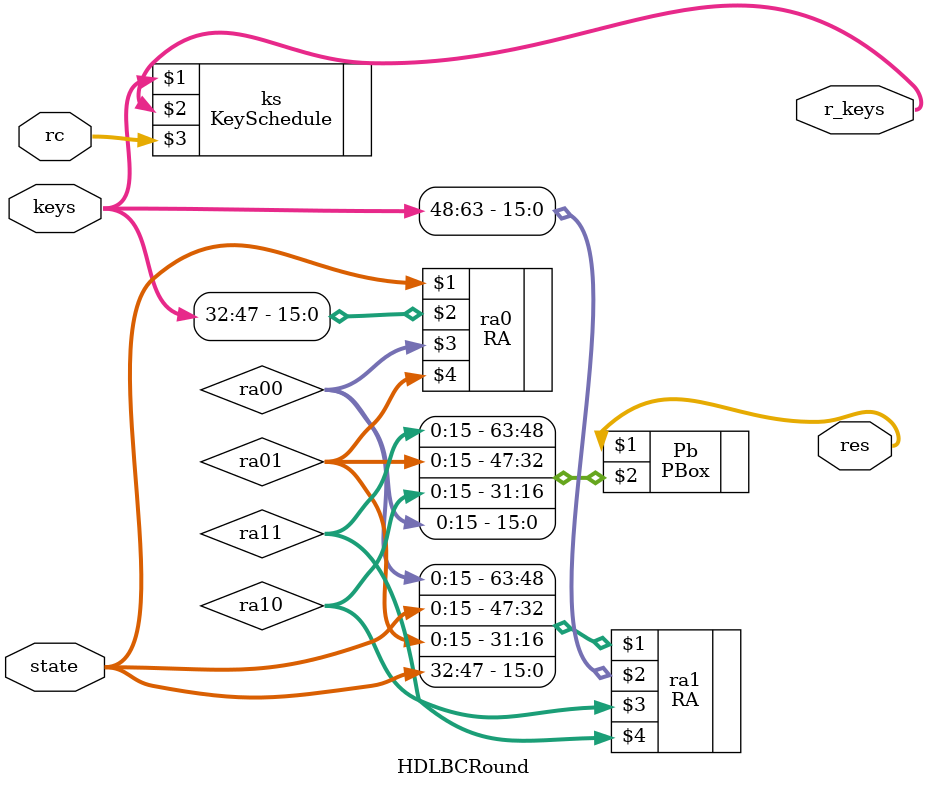
<source format=v>
`timescale 1ns / 1ps
module HDLBCRound(res,r_keys,state,keys,rc);
input [0:63] state;//Ã÷ÎÄ
input [0:63] keys;//ÃÜÔ¿
input [0:4] rc;//ÂÖ³£Êý


output[0:63]res;
output[0:63]r_keys;

wire[0:15] ra00,ra01,ra10,ra11;

//RAº¯Êýµ÷ÓÃ
RA ra0(state,keys[32:47],ra00,ra01);

RA ra1({ra00,state[0:15],ra01,state[32:47]},keys[48:63],ra10,ra11);
//RAº¯Êýµ÷ÓÃ


//PºÐÖÃ»»
PBox Pb(res,{ra11,ra01,ra10,ra00});

//ÃÜÔ¿±àÅÅ
KeySchedule ks(keys,r_keys,rc);
endmodule

</source>
